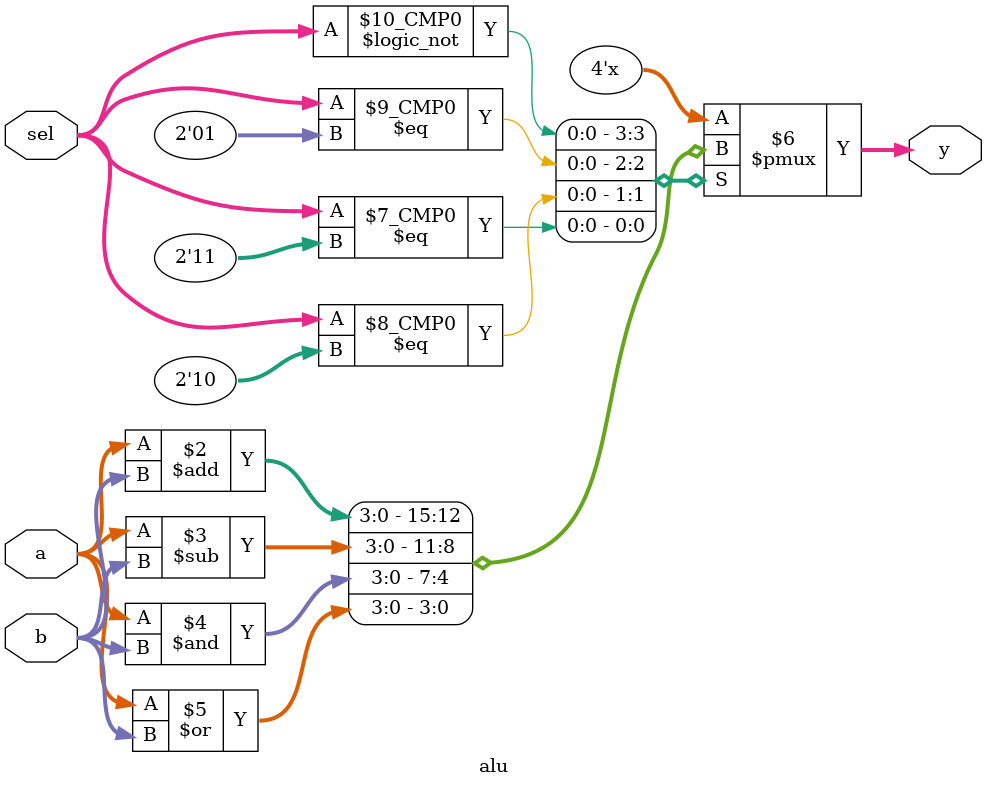
<source format=v>
module alu (
    input [3:0] a, b,
    input [1:0] sel,
    output reg [3:0] y
);
    always @(*) begin
        case(sel)
            2'b00: y = a + b;
            2'b01: y = a - b;
            2'b10: y = a & b;
            2'b11: y = a | b;
        endcase
    end
endmodule

</source>
